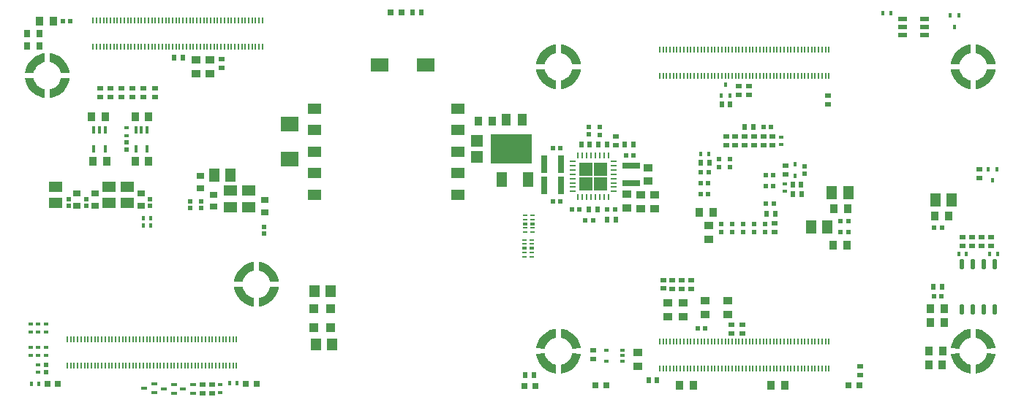
<source format=gbp>
G04*
G04 #@! TF.GenerationSoftware,Altium Limited,Altium Designer,21.6.1 (37)*
G04*
G04 Layer_Color=128*
%FSLAX44Y44*%
%MOMM*%
G71*
G04*
G04 #@! TF.SameCoordinates,B15FB352-D5CA-4759-B8DC-376305D7300E*
G04*
G04*
G04 #@! TF.FilePolarity,Positive*
G04*
G01*
G75*
%ADD30R,0.6500X0.5500*%
%ADD32R,1.0000X0.9000*%
%ADD33R,0.4500X0.5500*%
%ADD34R,1.0000X1.0000*%
%ADD38R,0.5500X0.4500*%
%ADD39R,0.5200X0.5200*%
%ADD45R,0.9000X1.0000*%
%ADD46R,0.5500X0.6500*%
%ADD48R,0.6200X0.6200*%
%ADD49R,0.6200X0.6200*%
%ADD50R,1.1500X1.8000*%
%ADD55R,1.1500X1.4500*%
%ADD60R,0.8000X0.8000*%
%ADD70R,1.0500X1.4000*%
%ADD196R,0.1800X0.7000*%
%ADD197R,0.7000X0.9000*%
%ADD198R,0.9000X0.7000*%
%ADD200R,0.4000X0.5100*%
%ADD201R,1.5000X1.3000*%
%ADD202R,1.3000X1.5000*%
%ADD203R,0.7100X0.3000*%
%ADD204R,0.5200X0.5200*%
%ADD205R,0.8000X2.0000*%
%ADD206R,2.0000X0.8000*%
%ADD208R,0.4000X0.4800*%
%ADD209R,0.2000X0.7000*%
%ADD210O,0.5500X1.2500*%
G04:AMPARAMS|DCode=211|XSize=0.4mm|YSize=0.565mm|CornerRadius=0.05mm|HoleSize=0mm|Usage=FLASHONLY|Rotation=270.000|XOffset=0mm|YOffset=0mm|HoleType=Round|Shape=RoundedRectangle|*
%AMROUNDEDRECTD211*
21,1,0.4000,0.4650,0,0,270.0*
21,1,0.3000,0.5650,0,0,270.0*
1,1,0.1000,-0.2325,-0.1500*
1,1,0.1000,-0.2325,0.1500*
1,1,0.1000,0.2325,0.1500*
1,1,0.1000,0.2325,-0.1500*
%
%ADD211ROUNDEDRECTD211*%
%ADD212R,1.0000X0.6000*%
%ADD213R,2.0000X1.5000*%
%ADD214R,1.5500X1.2700*%
G04:AMPARAMS|DCode=215|XSize=0.25mm|YSize=0.6mm|CornerRadius=0.0313mm|HoleSize=0mm|Usage=FLASHONLY|Rotation=90.000|XOffset=0mm|YOffset=0mm|HoleType=Round|Shape=RoundedRectangle|*
%AMROUNDEDRECTD215*
21,1,0.2500,0.5375,0,0,90.0*
21,1,0.1875,0.6000,0,0,90.0*
1,1,0.0625,0.2688,0.0938*
1,1,0.0625,0.2688,-0.0938*
1,1,0.0625,-0.2688,-0.0938*
1,1,0.0625,-0.2688,0.0938*
%
%ADD215ROUNDEDRECTD215*%
G04:AMPARAMS|DCode=216|XSize=0.25mm|YSize=0.6mm|CornerRadius=0.0313mm|HoleSize=0mm|Usage=FLASHONLY|Rotation=0.000|XOffset=0mm|YOffset=0mm|HoleType=Round|Shape=RoundedRectangle|*
%AMROUNDEDRECTD216*
21,1,0.2500,0.5375,0,0,0.0*
21,1,0.1875,0.6000,0,0,0.0*
1,1,0.0625,0.0938,-0.2688*
1,1,0.0625,-0.0938,-0.2688*
1,1,0.0625,-0.0938,0.2688*
1,1,0.0625,0.0938,0.2688*
%
%ADD216ROUNDEDRECTD216*%
%ADD218R,2.1590X1.7780*%
%ADD219R,1.4000X1.3900*%
%ADD220R,4.8600X3.3600*%
G04:AMPARAMS|DCode=221|XSize=0.2mm|YSize=0.565mm|CornerRadius=0.05mm|HoleSize=0mm|Usage=FLASHONLY|Rotation=90.000|XOffset=0mm|YOffset=0mm|HoleType=Round|Shape=RoundedRectangle|*
%AMROUNDEDRECTD221*
21,1,0.2000,0.4650,0,0,90.0*
21,1,0.1000,0.5650,0,0,90.0*
1,1,0.1000,0.2325,0.0500*
1,1,0.1000,0.2325,-0.0500*
1,1,0.1000,-0.2325,-0.0500*
1,1,0.1000,-0.2325,0.0500*
%
%ADD221ROUNDEDRECTD221*%
%ADD251R,1.4900X1.4900*%
%ADD252R,0.3500X0.8500*%
%ADD253R,0.5500X0.3700*%
G36*
X30822Y395457D02*
X29628Y395199D01*
X27316Y394414D01*
X25151Y393287D01*
X23182Y391844D01*
X21456Y390118D01*
X20013Y388149D01*
X18886Y385984D01*
X18101Y383672D01*
X17843Y382478D01*
X7794Y382869D01*
X8057Y385013D01*
X9284Y389156D01*
X11178Y393039D01*
X13687Y396557D01*
X16743Y399612D01*
X20261Y402122D01*
X24144Y404016D01*
X28287Y405243D01*
X30431Y405506D01*
X30431D01*
X30822Y395457D01*
D02*
G37*
G36*
X38913Y405243D02*
X43056Y404016D01*
X46939Y402122D01*
X50457Y399612D01*
X53512Y396557D01*
X56022Y393039D01*
X57916Y389156D01*
X59143Y385013D01*
X59406Y382869D01*
X49357Y382478D01*
X49099Y383672D01*
X48314Y385984D01*
X47187Y388149D01*
X45744Y390118D01*
X44018Y391844D01*
X42049Y393287D01*
X39884Y394414D01*
X37572Y395199D01*
X36378Y395457D01*
X36378D01*
X36769Y405506D01*
X38913Y405243D01*
D02*
G37*
G36*
X17843Y382478D02*
X17843Y382478D01*
Y382478D01*
X17843D01*
D02*
G37*
G36*
X18101Y375728D02*
X18886Y373416D01*
X20013Y371251D01*
X21456Y369282D01*
X23182Y367556D01*
X25151Y366113D01*
X27316Y364986D01*
X29628Y364201D01*
X30822Y363943D01*
Y363943D01*
Y363943D01*
D01*
X30431Y353894D01*
X28287Y354157D01*
X24144Y355384D01*
X20261Y357278D01*
X16743Y359787D01*
X13687Y362843D01*
X11178Y366361D01*
X9284Y370244D01*
X8057Y374387D01*
X7794Y376531D01*
X7794Y376531D01*
X17843Y376922D01*
X18101Y375728D01*
D02*
G37*
G36*
X59406Y376531D02*
X59143Y374387D01*
X57916Y370244D01*
X56022Y366361D01*
X53512Y362843D01*
X50457Y359787D01*
X46939Y357278D01*
X43056Y355384D01*
X38913Y354157D01*
X36769Y353894D01*
Y353894D01*
X36378Y363943D01*
X37572Y364201D01*
X39884Y364986D01*
X42049Y366113D01*
X44018Y367556D01*
X45744Y369282D01*
X47187Y371251D01*
X48314Y373416D01*
X49099Y375728D01*
X49357Y376922D01*
X59406Y376531D01*
D02*
G37*
G36*
X272822Y153457D02*
X271628Y153199D01*
X269316Y152414D01*
X267151Y151287D01*
X265182Y149844D01*
X263456Y148118D01*
X262013Y146149D01*
X260886Y143984D01*
X260101Y141672D01*
X259843Y140478D01*
X249794Y140869D01*
X250057Y143013D01*
X251284Y147156D01*
X253178Y151039D01*
X255688Y154557D01*
X258743Y157612D01*
X262261Y160122D01*
X266144Y162016D01*
X270287Y163243D01*
X272431Y163506D01*
X272431D01*
X272822Y153457D01*
D02*
G37*
G36*
X259843Y140478D02*
X259843Y140478D01*
Y140478D01*
X259843D01*
D02*
G37*
G36*
X260101Y133728D02*
X260886Y131416D01*
X262013Y129251D01*
X263456Y127282D01*
X265182Y125556D01*
X267151Y124113D01*
X269316Y122986D01*
X271628Y122201D01*
X272822Y121943D01*
Y121943D01*
Y121943D01*
D01*
X272431Y111894D01*
X270287Y112157D01*
X266144Y113384D01*
X262261Y115278D01*
X258743Y117788D01*
X255688Y120843D01*
X253178Y124361D01*
X251284Y128244D01*
X250057Y132387D01*
X249794Y134531D01*
X249794Y134531D01*
X259843Y134922D01*
X260101Y133728D01*
D02*
G37*
G36*
X278769Y111894D02*
X278378Y121943D01*
X279572Y122201D01*
X281884Y122986D01*
X284049Y124113D01*
X286018Y125556D01*
X287744Y127282D01*
X289187Y129251D01*
X290314Y131416D01*
X291099Y133728D01*
X291357Y134922D01*
D01*
X301406Y134531D01*
X301143Y132387D01*
X299916Y128244D01*
X298022Y124361D01*
X295512Y120843D01*
X292457Y117788D01*
X288939Y115278D01*
X285056Y113384D01*
X280913Y112157D01*
X278769Y111894D01*
Y111894D01*
D02*
G37*
G36*
X622144Y85888D02*
X622534Y75839D01*
X621340Y75581D01*
X619028Y74796D01*
X616863Y73669D01*
X614894Y72226D01*
X613168Y70500D01*
X611725Y68531D01*
X610598Y66366D01*
X609813Y64054D01*
X609555Y62860D01*
X609555Y62860D01*
X599506Y63251D01*
X599769Y65395D01*
X600996Y69538D01*
X602891Y73421D01*
X605400Y76939D01*
X608455Y79994D01*
X611973Y82504D01*
X615856Y84398D01*
X619999Y85625D01*
X622144Y85888D01*
X622144D01*
D02*
G37*
G36*
X599506Y56913D02*
X609555Y57304D01*
X609813Y56110D01*
X610598Y53798D01*
X611725Y51633D01*
X613168Y49664D01*
X614894Y47938D01*
X616863Y46495D01*
X619028Y45368D01*
X621340Y44583D01*
X622534Y44325D01*
Y44325D01*
X622144Y34276D01*
X619999Y34539D01*
X615856Y35766D01*
X611973Y37660D01*
X608455Y40170D01*
X605400Y43225D01*
X602891Y46743D01*
X600996Y50626D01*
X599769Y54769D01*
X599506Y56913D01*
X599506Y56913D01*
D02*
G37*
G36*
X301406Y140869D02*
X291357Y140478D01*
X291099Y141672D01*
X290314Y143984D01*
X289187Y146149D01*
X287744Y148118D01*
X286018Y149844D01*
X284049Y151287D01*
X281884Y152414D01*
X279572Y153199D01*
X278378Y153457D01*
X278378D01*
X278769Y163506D01*
X280913Y163243D01*
X285056Y162016D01*
X288939Y160122D01*
X292457Y157612D01*
X295512Y154557D01*
X298022Y151039D01*
X299916Y147156D01*
X301143Y143013D01*
X301406Y140869D01*
D01*
D02*
G37*
G36*
X599506Y386913D02*
X609555Y387304D01*
X609813Y386110D01*
X610598Y383798D01*
X611725Y381633D01*
X613168Y379664D01*
X614894Y377938D01*
X616863Y376495D01*
X619028Y375368D01*
X621340Y374583D01*
X622534Y374325D01*
Y374325D01*
X622144Y364276D01*
X619999Y364539D01*
X615856Y365766D01*
X611973Y367660D01*
X608455Y370169D01*
X605400Y373225D01*
X602891Y376743D01*
X600996Y380626D01*
X599769Y384769D01*
X599506Y386913D01*
X599506Y386913D01*
D02*
G37*
G36*
X622144Y415888D02*
X622534Y405839D01*
X621340Y405581D01*
X619028Y404796D01*
X616863Y403669D01*
X614894Y402226D01*
X613168Y400500D01*
X611725Y398531D01*
X610598Y396366D01*
X609813Y394054D01*
X609555Y392860D01*
X609555Y392860D01*
X599506Y393251D01*
X599769Y395395D01*
X600996Y399538D01*
X602891Y403421D01*
X605400Y406939D01*
X608455Y409994D01*
X611973Y412504D01*
X615856Y414398D01*
X619999Y415625D01*
X622144Y415888D01*
X622144D01*
D02*
G37*
G36*
X1102534Y405839D02*
X1101340Y405581D01*
X1099028Y404796D01*
X1096863Y403669D01*
X1094894Y402226D01*
X1093168Y400500D01*
X1091725Y398531D01*
X1090598Y396366D01*
X1089813Y394054D01*
X1089555Y392860D01*
X1079506Y393251D01*
X1079769Y395395D01*
X1080996Y399538D01*
X1082890Y403421D01*
X1085400Y406939D01*
X1088455Y409994D01*
X1091973Y412504D01*
X1095856Y414398D01*
X1099999Y415625D01*
X1102143Y415888D01*
X1102143D01*
X1102534Y405839D01*
D02*
G37*
G36*
X1110625Y415625D02*
X1114768Y414398D01*
X1118652Y412504D01*
X1122169Y409994D01*
X1125225Y406939D01*
X1127734Y403421D01*
X1129628Y399538D01*
X1130855Y395395D01*
X1131118Y393251D01*
X1121069Y392860D01*
X1120811Y394054D01*
X1120026Y396366D01*
X1118899Y398531D01*
X1117456Y400500D01*
X1115730Y402226D01*
X1113761Y403669D01*
X1111596Y404796D01*
X1109284Y405581D01*
X1108090Y405839D01*
X1108091D01*
X1108481Y415888D01*
X1110625Y415625D01*
D02*
G37*
G36*
X1089555Y392860D02*
X1089555Y392860D01*
Y392860D01*
X1089555D01*
D02*
G37*
G36*
X630625Y415625D02*
X634768Y414398D01*
X638652Y412504D01*
X642169Y409994D01*
X645225Y406939D01*
X647734Y403421D01*
X649628Y399538D01*
X650855Y395395D01*
X651118Y393251D01*
X641069Y392860D01*
X640811Y394054D01*
X640026Y396366D01*
X638899Y398531D01*
X637456Y400500D01*
X635730Y402226D01*
X633761Y403669D01*
X631596Y404796D01*
X629284Y405581D01*
X628090Y405839D01*
X628091D01*
X628481Y415888D01*
X630625Y415625D01*
D02*
G37*
G36*
X1089813Y386110D02*
X1090598Y383798D01*
X1091725Y381633D01*
X1093168Y379664D01*
X1094894Y377938D01*
X1096863Y376495D01*
X1099028Y375368D01*
X1101340Y374583D01*
X1102534Y374325D01*
Y374325D01*
Y374325D01*
D01*
X1102143Y364276D01*
X1099999Y364539D01*
X1095856Y365766D01*
X1091973Y367660D01*
X1088455Y370169D01*
X1085400Y373225D01*
X1082890Y376743D01*
X1080996Y380626D01*
X1079769Y384769D01*
X1079506Y386913D01*
X1079506Y386913D01*
X1089555Y387304D01*
X1089813Y386110D01*
D02*
G37*
G36*
X1131118Y386913D02*
X1130855Y384769D01*
X1129628Y380626D01*
X1127734Y376743D01*
X1125225Y373225D01*
X1122169Y370169D01*
X1118652Y367660D01*
X1114768Y365766D01*
X1110625Y364539D01*
X1108481Y364276D01*
Y364276D01*
X1108090Y374325D01*
X1109284Y374583D01*
X1111596Y375368D01*
X1113761Y376495D01*
X1115730Y377938D01*
X1117456Y379664D01*
X1118899Y381633D01*
X1120026Y383798D01*
X1120811Y386110D01*
X1121069Y387304D01*
X1131118Y386913D01*
D02*
G37*
G36*
X651118D02*
X650855Y384769D01*
X649628Y380626D01*
X647734Y376743D01*
X645225Y373225D01*
X642169Y370169D01*
X638652Y367660D01*
X634768Y365766D01*
X630625Y364539D01*
X628481Y364276D01*
Y364276D01*
X628090Y374325D01*
X629284Y374583D01*
X631596Y375368D01*
X633761Y376495D01*
X635730Y377938D01*
X637456Y379664D01*
X638899Y381633D01*
X640026Y383798D01*
X640811Y386110D01*
X641069Y387304D01*
X651118Y386913D01*
D02*
G37*
G36*
X1102534Y75839D02*
X1101340Y75581D01*
X1099028Y74796D01*
X1096863Y73669D01*
X1094894Y72226D01*
X1093168Y70500D01*
X1091725Y68531D01*
X1090598Y66366D01*
X1089813Y64054D01*
X1089555Y62860D01*
X1079506Y63251D01*
X1079769Y65395D01*
X1080996Y69538D01*
X1082890Y73421D01*
X1085400Y76939D01*
X1088455Y79994D01*
X1091973Y82504D01*
X1095856Y84398D01*
X1099999Y85625D01*
X1102143Y85888D01*
X1102143D01*
X1102534Y75839D01*
D02*
G37*
G36*
X1110625Y85625D02*
X1114768Y84398D01*
X1118652Y82504D01*
X1122169Y79994D01*
X1125225Y76939D01*
X1127734Y73421D01*
X1129628Y69538D01*
X1130855Y65395D01*
X1131118Y63251D01*
X1121069Y62860D01*
X1120811Y64054D01*
X1120026Y66366D01*
X1118899Y68531D01*
X1117456Y70500D01*
X1115730Y72226D01*
X1113761Y73669D01*
X1111596Y74796D01*
X1109284Y75581D01*
X1108090Y75839D01*
X1108091D01*
X1108481Y85888D01*
X1110625Y85625D01*
D02*
G37*
G36*
X1089555Y62860D02*
X1089555Y62860D01*
Y62860D01*
X1089555D01*
D02*
G37*
G36*
X630625Y85625D02*
X634768Y84398D01*
X638652Y82504D01*
X642169Y79994D01*
X645225Y76939D01*
X647734Y73421D01*
X649628Y69538D01*
X650855Y65395D01*
X651118Y63251D01*
X641069Y62860D01*
X640811Y64054D01*
X640026Y66366D01*
X638899Y68531D01*
X637456Y70500D01*
X635730Y72226D01*
X633761Y73669D01*
X631596Y74796D01*
X629284Y75581D01*
X628090Y75839D01*
X628091D01*
X628481Y85888D01*
X630625Y85625D01*
D02*
G37*
G36*
X1089813Y56110D02*
X1090598Y53798D01*
X1091725Y51633D01*
X1093168Y49664D01*
X1094894Y47938D01*
X1096863Y46495D01*
X1099028Y45368D01*
X1101340Y44583D01*
X1102534Y44325D01*
Y44325D01*
Y44325D01*
D01*
X1102143Y34276D01*
X1099999Y34539D01*
X1095856Y35766D01*
X1091973Y37660D01*
X1088455Y40170D01*
X1085400Y43225D01*
X1082890Y46743D01*
X1080996Y50626D01*
X1079769Y54769D01*
X1079506Y56913D01*
X1079506Y56913D01*
X1089555Y57304D01*
X1089813Y56110D01*
D02*
G37*
G36*
X1131118Y56913D02*
X1130855Y54769D01*
X1129628Y50626D01*
X1127734Y46743D01*
X1125225Y43225D01*
X1122169Y40170D01*
X1118652Y37660D01*
X1114768Y35766D01*
X1110625Y34539D01*
X1108481Y34276D01*
Y34276D01*
X1108090Y44325D01*
X1109284Y44583D01*
X1111596Y45368D01*
X1113761Y46495D01*
X1115730Y47938D01*
X1117456Y49664D01*
X1118899Y51633D01*
X1120026Y53798D01*
X1120811Y56110D01*
X1121069Y57304D01*
X1131118Y56913D01*
D02*
G37*
G36*
X651118D02*
X650855Y54769D01*
X649628Y50626D01*
X647734Y46743D01*
X645225Y43225D01*
X642169Y40170D01*
X638652Y37660D01*
X634768Y35766D01*
X630625Y34539D01*
X628481Y34276D01*
Y34276D01*
X628090Y44325D01*
X629284Y44583D01*
X631596Y45368D01*
X633761Y46495D01*
X635730Y47938D01*
X637456Y49664D01*
X638899Y51633D01*
X640026Y53798D01*
X640811Y56110D01*
X641069Y57304D01*
X651118Y56913D01*
D02*
G37*
D30*
X974250Y32606D02*
D03*
Y42606D02*
D03*
X95000Y365000D02*
D03*
Y355000D02*
D03*
X107000Y365000D02*
D03*
Y355000D02*
D03*
X158022Y365000D02*
D03*
Y355000D02*
D03*
X145000Y365000D02*
D03*
Y355000D02*
D03*
X119000Y365000D02*
D03*
Y355000D02*
D03*
X132000Y365000D02*
D03*
Y355000D02*
D03*
X213000Y21500D02*
D03*
Y11500D02*
D03*
X224000Y21500D02*
D03*
Y11500D02*
D03*
X834324Y357496D02*
D03*
X746300Y142600D02*
D03*
X862359Y308917D02*
D03*
X840740Y308958D02*
D03*
X872744D02*
D03*
X845500Y357496D02*
D03*
X778600Y142200D02*
D03*
X767950Y142350D02*
D03*
X757200Y142500D02*
D03*
X665416Y61120D02*
D03*
X851662Y308958D02*
D03*
X830072D02*
D03*
X819510Y308900D02*
D03*
X887700Y275100D02*
D03*
X746300Y132600D02*
D03*
X757200Y132500D02*
D03*
X1112774Y260684D02*
D03*
X937514Y346536D02*
D03*
X691642Y309292D02*
D03*
X235000Y388750D02*
D03*
Y398750D02*
D03*
X887700Y265100D02*
D03*
X691642Y299292D02*
D03*
X875538Y197946D02*
D03*
Y207946D02*
D03*
X819510Y298900D02*
D03*
X830072Y298958D02*
D03*
X851662D02*
D03*
X665416Y51120D02*
D03*
X937514Y356536D02*
D03*
X767950Y132350D02*
D03*
X778600Y132200D02*
D03*
X838300Y80352D02*
D03*
Y90352D02*
D03*
X825795D02*
D03*
Y80352D02*
D03*
X834324Y367496D02*
D03*
X845500D02*
D03*
X1112774Y270684D02*
D03*
X872744Y298958D02*
D03*
X1115000Y182000D02*
D03*
Y192000D02*
D03*
X1104000Y182000D02*
D03*
Y192000D02*
D03*
X1126000Y182000D02*
D03*
Y192000D02*
D03*
X1093000Y182000D02*
D03*
Y192000D02*
D03*
X840740Y298958D02*
D03*
X862359Y298917D02*
D03*
D32*
X799338Y190120D02*
D03*
X794990Y118616D02*
D03*
X821089D02*
D03*
X716900Y42750D02*
D03*
X704596Y241808D02*
D03*
X736550Y241581D02*
D03*
X729234Y257048D02*
D03*
X720614Y241625D02*
D03*
X752200Y100400D02*
D03*
X769250D02*
D03*
X716900Y58750D02*
D03*
X752200Y116400D02*
D03*
X769250D02*
D03*
X799338Y206120D02*
D03*
X704596Y225808D02*
D03*
X736550Y225581D02*
D03*
X729234Y273048D02*
D03*
X720614Y225625D02*
D03*
X221500Y381750D02*
D03*
X205500D02*
D03*
Y397750D02*
D03*
X221500D02*
D03*
X794990Y102616D02*
D03*
X821089D02*
D03*
D33*
X24000Y22000D02*
D03*
X15000D02*
D03*
X153500Y214000D02*
D03*
X144500D02*
D03*
Y206000D02*
D03*
X153500D02*
D03*
X1088500Y173000D02*
D03*
X1133500D02*
D03*
X789893Y288672D02*
D03*
X244500Y23000D02*
D03*
X798893Y288672D02*
D03*
X253500Y23000D02*
D03*
X1009700Y451900D02*
D03*
X1000700D02*
D03*
X1124500Y173000D02*
D03*
X1097500D02*
D03*
D34*
X361884Y109336D02*
D03*
Y87336D02*
D03*
X342072Y109336D02*
D03*
Y87336D02*
D03*
D38*
X32000Y55500D02*
D03*
Y64500D02*
D03*
X14000Y55500D02*
D03*
Y64500D02*
D03*
X22919Y55431D02*
D03*
Y64431D02*
D03*
X23000Y44500D02*
D03*
Y35500D02*
D03*
X32000Y82500D02*
D03*
Y91500D02*
D03*
X14000Y82500D02*
D03*
Y91500D02*
D03*
X23000Y82500D02*
D03*
Y91500D02*
D03*
X233750Y21250D02*
D03*
Y12250D02*
D03*
X882639Y308582D02*
D03*
X886968Y245254D02*
D03*
X125000Y319000D02*
D03*
X886968Y254254D02*
D03*
X882639Y299582D02*
D03*
X125000Y310000D02*
D03*
D39*
X32000Y36000D02*
D03*
Y44000D02*
D03*
X58000Y236500D02*
D03*
Y228500D02*
D03*
X152000Y236500D02*
D03*
Y228500D02*
D03*
X79000Y236500D02*
D03*
Y228500D02*
D03*
X198900Y234166D02*
D03*
Y226166D02*
D03*
X284700Y196400D02*
D03*
Y204400D02*
D03*
X212000Y234166D02*
D03*
Y226166D02*
D03*
X125000Y294000D02*
D03*
Y302000D02*
D03*
D45*
X871250Y20500D02*
D03*
X887250D02*
D03*
X102000Y280000D02*
D03*
X86000D02*
D03*
X85000Y332000D02*
D03*
X101000D02*
D03*
X960000Y225000D02*
D03*
X944000D02*
D03*
X1061000Y217000D02*
D03*
X1077000D02*
D03*
X40250Y443000D02*
D03*
X24250D02*
D03*
X135000Y280000D02*
D03*
X788036Y221234D02*
D03*
X1056000Y109000D02*
D03*
X151000Y280000D02*
D03*
Y332000D02*
D03*
X765350Y20500D02*
D03*
X943000Y183000D02*
D03*
X804036Y221234D02*
D03*
X1069763Y59880D02*
D03*
X1069623Y43953D02*
D03*
X1056000Y93000D02*
D03*
X135000Y332000D02*
D03*
X781350Y20500D02*
D03*
X1072000Y93000D02*
D03*
X1053623Y43953D02*
D03*
X1053763Y59880D02*
D03*
X532192Y326752D02*
D03*
X548192D02*
D03*
X959000Y183000D02*
D03*
X1072000Y109000D02*
D03*
D46*
X729502Y26200D02*
D03*
X906526Y242062D02*
D03*
X865966Y219202D02*
D03*
X851074Y320294D02*
D03*
X712136Y299466D02*
D03*
X1059226Y135002D02*
D03*
X814084Y346240D02*
D03*
X789726Y278972D02*
D03*
X466600Y452650D02*
D03*
X691621Y212852D02*
D03*
X180336Y400398D02*
D03*
X190336D02*
D03*
X671140Y299399D02*
D03*
X681140D02*
D03*
X670646Y224859D02*
D03*
X660646D02*
D03*
X661501Y299789D02*
D03*
X651501D02*
D03*
X702136Y299466D02*
D03*
X841074Y320294D02*
D03*
X906192Y252984D02*
D03*
X896192D02*
D03*
X875966Y219202D02*
D03*
X896526Y242062D02*
D03*
X799726Y278972D02*
D03*
X739502Y26200D02*
D03*
X681621Y212852D02*
D03*
X824084Y346240D02*
D03*
X456600Y452650D02*
D03*
X596850Y31950D02*
D03*
X586850D02*
D03*
X1069226Y135002D02*
D03*
D48*
X823520Y282762D02*
D03*
X826262Y198120D02*
D03*
X838708D02*
D03*
X851408Y198192D02*
D03*
X810985Y282762D02*
D03*
X813562Y198120D02*
D03*
X851408Y207192D02*
D03*
X810985Y273762D02*
D03*
X813562Y207120D02*
D03*
X823520Y273762D02*
D03*
X826262Y207120D02*
D03*
X864108Y207192D02*
D03*
X838708Y207120D02*
D03*
X910439Y274764D02*
D03*
X660137Y320337D02*
D03*
X672838Y320083D02*
D03*
Y311083D02*
D03*
X660137Y311337D02*
D03*
X910439Y265764D02*
D03*
X864108Y198192D02*
D03*
D49*
X789576Y242062D02*
D03*
X789830Y267462D02*
D03*
X874006Y251762D02*
D03*
X873942Y264414D02*
D03*
X874450Y230886D02*
D03*
X789576Y254762D02*
D03*
X871584Y320294D02*
D03*
X1059750Y123300D02*
D03*
X656226Y212090D02*
D03*
X864942Y264414D02*
D03*
X795254Y86840D02*
D03*
X951500Y211000D02*
D03*
X1069000Y203000D02*
D03*
X951500Y198000D02*
D03*
X865450Y230886D02*
D03*
X798576Y254762D02*
D03*
Y242062D02*
D03*
X798830Y267462D02*
D03*
X865006Y251762D02*
D03*
X640572Y224859D02*
D03*
X690901Y224859D02*
D03*
X862584Y320294D02*
D03*
X665226Y212090D02*
D03*
X681901Y224859D02*
D03*
X618474Y295217D02*
D03*
X627473D02*
D03*
X649572Y224859D02*
D03*
X618727Y233495D02*
D03*
X627728D02*
D03*
X960500Y198000D02*
D03*
X1060000Y203000D02*
D03*
X960500Y211000D02*
D03*
X786254Y86840D02*
D03*
X712144Y287274D02*
D03*
X703144D02*
D03*
X1068750Y123300D02*
D03*
D50*
X559990Y259118D02*
D03*
X589990D02*
D03*
D55*
X344756Y67856D02*
D03*
X362756D02*
D03*
X343232Y129832D02*
D03*
X361232D02*
D03*
D60*
X973500Y20000D02*
D03*
X961000D02*
D03*
X585938Y19450D02*
D03*
X431150Y452750D02*
D03*
X598438Y19450D02*
D03*
X668120Y20000D02*
D03*
X680620D02*
D03*
X443650Y452750D02*
D03*
X263250Y22500D02*
D03*
X275750D02*
D03*
X33500Y22500D02*
D03*
X46000D02*
D03*
D70*
X583474Y328206D02*
D03*
X564474D02*
D03*
D196*
X208600Y73681D02*
D03*
X212600D02*
D03*
X86600Y412881D02*
D03*
X90600D02*
D03*
X94600D02*
D03*
X98600D02*
D03*
X102600D02*
D03*
X106600D02*
D03*
X110600D02*
D03*
X114600D02*
D03*
X118600D02*
D03*
X122600D02*
D03*
X126600D02*
D03*
X130600D02*
D03*
X134600D02*
D03*
X138600D02*
D03*
X142600D02*
D03*
X146600D02*
D03*
X150600D02*
D03*
X154600D02*
D03*
X158600D02*
D03*
X162600D02*
D03*
X166600D02*
D03*
X170600D02*
D03*
X174600D02*
D03*
X178600D02*
D03*
X182600D02*
D03*
X186600D02*
D03*
X190600D02*
D03*
X194600D02*
D03*
X198600D02*
D03*
X202600D02*
D03*
X206600D02*
D03*
X210600D02*
D03*
X214600D02*
D03*
X218600D02*
D03*
X222600D02*
D03*
X226600D02*
D03*
X230600D02*
D03*
X234600D02*
D03*
X238600D02*
D03*
X242600D02*
D03*
X246600D02*
D03*
X250600D02*
D03*
X254600D02*
D03*
X258600D02*
D03*
X262600D02*
D03*
X266600D02*
D03*
X270600D02*
D03*
X274600D02*
D03*
X278600D02*
D03*
X282600D02*
D03*
X86600Y443681D02*
D03*
X90600D02*
D03*
X94600D02*
D03*
X98600D02*
D03*
X102600D02*
D03*
X106600D02*
D03*
X110600D02*
D03*
X114600D02*
D03*
X118600D02*
D03*
X122600D02*
D03*
X126600D02*
D03*
X130600D02*
D03*
X134600D02*
D03*
X138600D02*
D03*
X142600D02*
D03*
X146600D02*
D03*
X150600D02*
D03*
X154600D02*
D03*
X158600D02*
D03*
X162600D02*
D03*
X166600D02*
D03*
X170600D02*
D03*
X174600D02*
D03*
X178600D02*
D03*
X182600D02*
D03*
X186600D02*
D03*
X190600D02*
D03*
X194600D02*
D03*
X198600D02*
D03*
X202600D02*
D03*
X206600D02*
D03*
X210600D02*
D03*
X214600D02*
D03*
X218600D02*
D03*
X222600D02*
D03*
X226600D02*
D03*
X230600D02*
D03*
X234600D02*
D03*
X238600D02*
D03*
X242600D02*
D03*
X246600D02*
D03*
X250600D02*
D03*
X254600D02*
D03*
X258600D02*
D03*
X262600D02*
D03*
X266600D02*
D03*
X270600D02*
D03*
X274600D02*
D03*
X278600D02*
D03*
X282600D02*
D03*
X56600Y42881D02*
D03*
X60600D02*
D03*
X64600D02*
D03*
X68600D02*
D03*
X72600D02*
D03*
X76600D02*
D03*
X80600D02*
D03*
X84600D02*
D03*
X88600D02*
D03*
X92600D02*
D03*
X96600D02*
D03*
X100600D02*
D03*
X104600D02*
D03*
X108600D02*
D03*
X112600D02*
D03*
X116600D02*
D03*
X120600D02*
D03*
X124600D02*
D03*
X128600D02*
D03*
X132600D02*
D03*
X136600D02*
D03*
X140600D02*
D03*
X144600D02*
D03*
X148600D02*
D03*
X152600D02*
D03*
X156600D02*
D03*
X160600D02*
D03*
X164600D02*
D03*
X168600D02*
D03*
X172600D02*
D03*
X176600D02*
D03*
X180600D02*
D03*
X184600D02*
D03*
X188600D02*
D03*
X192600D02*
D03*
X196600D02*
D03*
X200600D02*
D03*
X204600D02*
D03*
X208600D02*
D03*
X212600D02*
D03*
X216600D02*
D03*
X220600D02*
D03*
X224600D02*
D03*
X228600D02*
D03*
X232600D02*
D03*
X236600D02*
D03*
X240600D02*
D03*
X244600D02*
D03*
X248600D02*
D03*
X252600D02*
D03*
X56600Y73681D02*
D03*
X60600D02*
D03*
X64600D02*
D03*
X68600D02*
D03*
X72600D02*
D03*
X76600D02*
D03*
X80600D02*
D03*
X84600D02*
D03*
X88600D02*
D03*
X92600D02*
D03*
X96600D02*
D03*
X100600D02*
D03*
X104600D02*
D03*
X108600D02*
D03*
X112600D02*
D03*
X116600D02*
D03*
X120600D02*
D03*
X124600D02*
D03*
X128600D02*
D03*
X132600D02*
D03*
X136600D02*
D03*
X140600D02*
D03*
X144600D02*
D03*
X148600D02*
D03*
X152600D02*
D03*
X156600D02*
D03*
X160600D02*
D03*
X164600D02*
D03*
X168600D02*
D03*
X172600D02*
D03*
X176600D02*
D03*
X180600D02*
D03*
X184600D02*
D03*
X188600D02*
D03*
X192600D02*
D03*
X196600D02*
D03*
X200600D02*
D03*
X204600D02*
D03*
X216600D02*
D03*
X220600D02*
D03*
X224600D02*
D03*
X228600D02*
D03*
X232600D02*
D03*
X236600D02*
D03*
X240600D02*
D03*
X244600D02*
D03*
X248600D02*
D03*
X252600D02*
D03*
D197*
X24500Y414000D02*
D03*
X10500D02*
D03*
X24500Y428750D02*
D03*
X10500D02*
D03*
D198*
X68000Y229000D02*
D03*
Y243000D02*
D03*
X142000Y229000D02*
D03*
Y243000D02*
D03*
X89000Y229000D02*
D03*
Y243000D02*
D03*
X211000Y249000D02*
D03*
Y263000D02*
D03*
X285400Y221400D02*
D03*
Y235400D02*
D03*
X226200Y227666D02*
D03*
Y241666D02*
D03*
D200*
X818830Y369250D02*
D03*
X813830Y356250D02*
D03*
X823830D02*
D03*
X1127760Y258422D02*
D03*
X1132760Y271422D02*
D03*
X1122760D02*
D03*
X1079000Y449500D02*
D03*
X1089000D02*
D03*
X1084000Y436500D02*
D03*
D201*
X266751Y227166D02*
D03*
Y246166D02*
D03*
X43000Y251000D02*
D03*
Y232000D02*
D03*
X126000D02*
D03*
Y251000D02*
D03*
X105000Y232000D02*
D03*
Y251000D02*
D03*
X245100Y246166D02*
D03*
Y227166D02*
D03*
D202*
X1061250Y235750D02*
D03*
X1080250D02*
D03*
X960500Y244000D02*
D03*
X941500D02*
D03*
X917500Y204000D02*
D03*
X245500Y264000D02*
D03*
X226500D02*
D03*
X936500Y204000D02*
D03*
D203*
X202600Y21500D02*
D03*
Y11500D02*
D03*
X190400Y16500D02*
D03*
X157462Y12332D02*
D03*
X180500Y11500D02*
D03*
Y21500D02*
D03*
X168300Y16500D02*
D03*
X157462Y22332D02*
D03*
X145262Y17332D02*
D03*
D204*
X60000Y442750D02*
D03*
X52000D02*
D03*
D205*
X608307Y252037D02*
D03*
Y276675D02*
D03*
X628307D02*
D03*
Y252037D02*
D03*
D206*
X709080Y255245D02*
D03*
Y275245D02*
D03*
D208*
X898700Y276900D02*
D03*
Y263700D02*
D03*
D209*
X762310Y70886D02*
D03*
X766310D02*
D03*
X770310D02*
D03*
X774310D02*
D03*
X746310D02*
D03*
X794310D02*
D03*
X798310Y40086D02*
D03*
X810310Y70886D02*
D03*
Y40086D02*
D03*
X822310Y70886D02*
D03*
Y40086D02*
D03*
X834310D02*
D03*
X838310Y70886D02*
D03*
X854310Y40086D02*
D03*
X858310Y70886D02*
D03*
X874310Y40086D02*
D03*
X878310Y70886D02*
D03*
X894310Y40086D02*
D03*
X898310Y70886D02*
D03*
X914310D02*
D03*
Y40086D02*
D03*
X926310Y70886D02*
D03*
Y40086D02*
D03*
X938310Y70886D02*
D03*
Y40086D02*
D03*
X746312Y410082D02*
D03*
Y379282D02*
D03*
X758312Y410082D02*
D03*
Y379282D02*
D03*
X770312Y410082D02*
D03*
Y379282D02*
D03*
X782312Y410082D02*
D03*
Y379282D02*
D03*
X794312Y410082D02*
D03*
Y379282D02*
D03*
X806312Y410082D02*
D03*
Y379282D02*
D03*
X818312Y410082D02*
D03*
Y379282D02*
D03*
X830312Y410082D02*
D03*
Y379282D02*
D03*
X842312Y410082D02*
D03*
X854312D02*
D03*
X866312D02*
D03*
Y379282D02*
D03*
X878312Y410082D02*
D03*
Y379282D02*
D03*
X890312Y410082D02*
D03*
Y379282D02*
D03*
X902312Y410082D02*
D03*
Y379282D02*
D03*
X914312Y410082D02*
D03*
Y379282D02*
D03*
X926312Y410082D02*
D03*
Y379282D02*
D03*
X766310Y40086D02*
D03*
X770310D02*
D03*
X774310D02*
D03*
X778310D02*
D03*
X782310D02*
D03*
X786310D02*
D03*
X938312Y379282D02*
D03*
Y410082D02*
D03*
X934312Y379282D02*
D03*
Y410082D02*
D03*
X930312Y379282D02*
D03*
Y410082D02*
D03*
X922312Y379282D02*
D03*
Y410082D02*
D03*
X918312Y379282D02*
D03*
Y410082D02*
D03*
X910312Y379282D02*
D03*
Y410082D02*
D03*
X906312Y379282D02*
D03*
Y410082D02*
D03*
X898312Y379282D02*
D03*
Y410082D02*
D03*
X894312Y379282D02*
D03*
Y410082D02*
D03*
X886312Y379282D02*
D03*
Y410082D02*
D03*
X882312Y379282D02*
D03*
Y410082D02*
D03*
X874312Y379282D02*
D03*
Y410082D02*
D03*
X870312Y379282D02*
D03*
Y410082D02*
D03*
X862312Y379282D02*
D03*
Y410082D02*
D03*
X858312Y379282D02*
D03*
Y410082D02*
D03*
X854312Y379282D02*
D03*
X850312D02*
D03*
Y410082D02*
D03*
X846312Y379282D02*
D03*
Y410082D02*
D03*
X842312Y379282D02*
D03*
X838312D02*
D03*
Y410082D02*
D03*
X834312Y379282D02*
D03*
Y410082D02*
D03*
X826312Y379282D02*
D03*
Y410082D02*
D03*
X822312Y379282D02*
D03*
Y410082D02*
D03*
X814312Y379282D02*
D03*
Y410082D02*
D03*
X810312Y379282D02*
D03*
Y410082D02*
D03*
X802312Y379282D02*
D03*
Y410082D02*
D03*
X798312Y379282D02*
D03*
Y410082D02*
D03*
X790312Y379282D02*
D03*
Y410082D02*
D03*
X786312Y379282D02*
D03*
Y410082D02*
D03*
X778312Y379282D02*
D03*
Y410082D02*
D03*
X774312Y379282D02*
D03*
Y410082D02*
D03*
X766312Y379282D02*
D03*
Y410082D02*
D03*
X762312Y379282D02*
D03*
Y410082D02*
D03*
X754312Y379282D02*
D03*
Y410082D02*
D03*
X750312Y379282D02*
D03*
Y410082D02*
D03*
X742312Y379282D02*
D03*
Y410082D02*
D03*
X934310Y40086D02*
D03*
Y70886D02*
D03*
X930310Y40086D02*
D03*
Y70886D02*
D03*
X922310Y40086D02*
D03*
Y70886D02*
D03*
X918310Y40086D02*
D03*
Y70886D02*
D03*
X910310Y40086D02*
D03*
Y70886D02*
D03*
X906310Y40086D02*
D03*
Y70886D02*
D03*
X902310Y40086D02*
D03*
Y70886D02*
D03*
X898310Y40086D02*
D03*
X894310Y70886D02*
D03*
X890310Y40086D02*
D03*
Y70886D02*
D03*
X886310Y40086D02*
D03*
Y70886D02*
D03*
X882310Y40086D02*
D03*
Y70886D02*
D03*
X878310Y40086D02*
D03*
X874310Y70886D02*
D03*
X870310Y40086D02*
D03*
Y70886D02*
D03*
X866310Y40086D02*
D03*
Y70886D02*
D03*
X862310Y40086D02*
D03*
Y70886D02*
D03*
X858310Y40086D02*
D03*
X854310Y70886D02*
D03*
X850310Y40086D02*
D03*
Y70886D02*
D03*
X846310Y40086D02*
D03*
Y70886D02*
D03*
X842310Y40086D02*
D03*
Y70886D02*
D03*
X838310Y40086D02*
D03*
X834310Y70886D02*
D03*
X830310Y40086D02*
D03*
Y70886D02*
D03*
X826310Y40086D02*
D03*
Y70886D02*
D03*
X818310Y40086D02*
D03*
Y70886D02*
D03*
X814310Y40086D02*
D03*
Y70886D02*
D03*
X806310Y40086D02*
D03*
Y70886D02*
D03*
X802310Y40086D02*
D03*
Y70886D02*
D03*
X798310D02*
D03*
X794310Y40086D02*
D03*
X790310D02*
D03*
Y70886D02*
D03*
X786310D02*
D03*
X782310D02*
D03*
X778310D02*
D03*
X762310Y40086D02*
D03*
X758310D02*
D03*
Y70886D02*
D03*
X754310Y40086D02*
D03*
Y70886D02*
D03*
X750310Y40086D02*
D03*
Y70886D02*
D03*
X746310Y40086D02*
D03*
X742310D02*
D03*
Y70886D02*
D03*
D210*
X1117346Y108624D02*
D03*
X1104646D02*
D03*
X1130046D02*
D03*
X1091946D02*
D03*
X1130046Y161124D02*
D03*
X1117346D02*
D03*
X1104646D02*
D03*
X1091946D02*
D03*
D211*
X594770Y207890D02*
D03*
X586420D02*
D03*
X586165Y179272D02*
D03*
X594515D02*
D03*
D212*
X1049186Y436174D02*
D03*
X1023186Y445674D02*
D03*
Y436174D02*
D03*
Y426674D02*
D03*
X1049186Y445674D02*
D03*
Y426674D02*
D03*
D213*
X471912Y392282D02*
D03*
X417911D02*
D03*
D214*
X508588Y316592D02*
D03*
Y341592D02*
D03*
Y291592D02*
D03*
Y266592D02*
D03*
Y241592D02*
D03*
X343088Y341592D02*
D03*
Y316592D02*
D03*
Y291592D02*
D03*
Y266592D02*
D03*
Y241592D02*
D03*
D215*
X689466Y245287D02*
D03*
Y270287D02*
D03*
X641466D02*
D03*
Y255287D02*
D03*
X689466Y265287D02*
D03*
X641466D02*
D03*
Y260287D02*
D03*
Y245287D02*
D03*
Y250287D02*
D03*
Y275287D02*
D03*
Y280287D02*
D03*
X689466D02*
D03*
Y275287D02*
D03*
Y260287D02*
D03*
Y255287D02*
D03*
Y250287D02*
D03*
D216*
X667966Y286787D02*
D03*
X672966Y238787D02*
D03*
X677966D02*
D03*
X682966D02*
D03*
X662966D02*
D03*
X667966D02*
D03*
X657966D02*
D03*
X652966D02*
D03*
X647966D02*
D03*
Y286787D02*
D03*
X652966D02*
D03*
X657966D02*
D03*
X662966D02*
D03*
X672966D02*
D03*
X677966D02*
D03*
X682966D02*
D03*
D218*
X314132Y323126D02*
D03*
Y282486D02*
D03*
D219*
X530936Y285294D02*
D03*
Y303694D02*
D03*
D220*
X570756Y294494D02*
D03*
D221*
X594515Y169272D02*
D03*
Y174272D02*
D03*
Y184272D02*
D03*
Y189272D02*
D03*
X586165D02*
D03*
Y184272D02*
D03*
Y174272D02*
D03*
Y169272D02*
D03*
X586420Y217890D02*
D03*
Y212890D02*
D03*
Y202890D02*
D03*
Y197890D02*
D03*
X594770D02*
D03*
Y202890D02*
D03*
Y212890D02*
D03*
Y217890D02*
D03*
D251*
X656917Y271227D02*
D03*
X657018Y254327D02*
D03*
X673917D02*
D03*
Y271227D02*
D03*
D252*
X100500Y295000D02*
D03*
Y317000D02*
D03*
X87500D02*
D03*
X94000D02*
D03*
X87500Y295000D02*
D03*
X136000D02*
D03*
X142500Y317000D02*
D03*
X136000D02*
D03*
X149000Y295000D02*
D03*
Y317000D02*
D03*
D253*
X680300Y61350D02*
D03*
X699300Y48350D02*
D03*
Y54850D02*
D03*
Y61350D02*
D03*
X680300Y48350D02*
D03*
M02*

</source>
